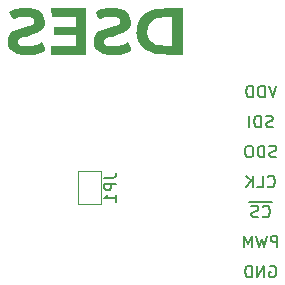
<source format=gbr>
%TF.GenerationSoftware,KiCad,Pcbnew,(6.0.0)*%
%TF.CreationDate,2022-01-17T22:08:50-08:00*%
%TF.ProjectId,encoder,656e636f-6465-4722-9e6b-696361645f70,1*%
%TF.SameCoordinates,Original*%
%TF.FileFunction,Legend,Bot*%
%TF.FilePolarity,Positive*%
%FSLAX46Y46*%
G04 Gerber Fmt 4.6, Leading zero omitted, Abs format (unit mm)*
G04 Created by KiCad (PCBNEW (6.0.0)) date 2022-01-17 22:08:50*
%MOMM*%
%LPD*%
G01*
G04 APERTURE LIST*
%ADD10C,0.150000*%
%ADD11C,0.120000*%
G04 APERTURE END LIST*
D10*
X94741904Y-87130000D02*
X94837142Y-87082380D01*
X94980000Y-87082380D01*
X95122857Y-87130000D01*
X95218095Y-87225238D01*
X95265714Y-87320476D01*
X95313333Y-87510952D01*
X95313333Y-87653809D01*
X95265714Y-87844285D01*
X95218095Y-87939523D01*
X95122857Y-88034761D01*
X94980000Y-88082380D01*
X94884761Y-88082380D01*
X94741904Y-88034761D01*
X94694285Y-87987142D01*
X94694285Y-87653809D01*
X94884761Y-87653809D01*
X94265714Y-88082380D02*
X94265714Y-87082380D01*
X93694285Y-88082380D01*
X93694285Y-87082380D01*
X93218095Y-88082380D02*
X93218095Y-87082380D01*
X92980000Y-87082380D01*
X92837142Y-87130000D01*
X92741904Y-87225238D01*
X92694285Y-87320476D01*
X92646666Y-87510952D01*
X92646666Y-87653809D01*
X92694285Y-87844285D01*
X92741904Y-87939523D01*
X92837142Y-88034761D01*
X92980000Y-88082380D01*
X93218095Y-88082380D01*
X95384761Y-85542380D02*
X95384761Y-84542380D01*
X95003809Y-84542380D01*
X94908571Y-84590000D01*
X94860952Y-84637619D01*
X94813333Y-84732857D01*
X94813333Y-84875714D01*
X94860952Y-84970952D01*
X94908571Y-85018571D01*
X95003809Y-85066190D01*
X95384761Y-85066190D01*
X94480000Y-84542380D02*
X94241904Y-85542380D01*
X94051428Y-84828095D01*
X93860952Y-85542380D01*
X93622857Y-84542380D01*
X93241904Y-85542380D02*
X93241904Y-84542380D01*
X92908571Y-85256666D01*
X92575238Y-84542380D01*
X92575238Y-85542380D01*
X94956190Y-81720000D02*
X93956190Y-81720000D01*
X94146666Y-82907142D02*
X94194285Y-82954761D01*
X94337142Y-83002380D01*
X94432380Y-83002380D01*
X94575238Y-82954761D01*
X94670476Y-82859523D01*
X94718095Y-82764285D01*
X94765714Y-82573809D01*
X94765714Y-82430952D01*
X94718095Y-82240476D01*
X94670476Y-82145238D01*
X94575238Y-82050000D01*
X94432380Y-82002380D01*
X94337142Y-82002380D01*
X94194285Y-82050000D01*
X94146666Y-82097619D01*
X93956190Y-81720000D02*
X93003809Y-81720000D01*
X93765714Y-82954761D02*
X93622857Y-83002380D01*
X93384761Y-83002380D01*
X93289523Y-82954761D01*
X93241904Y-82907142D01*
X93194285Y-82811904D01*
X93194285Y-82716666D01*
X93241904Y-82621428D01*
X93289523Y-82573809D01*
X93384761Y-82526190D01*
X93575238Y-82478571D01*
X93670476Y-82430952D01*
X93718095Y-82383333D01*
X93765714Y-82288095D01*
X93765714Y-82192857D01*
X93718095Y-82097619D01*
X93670476Y-82050000D01*
X93575238Y-82002380D01*
X93337142Y-82002380D01*
X93194285Y-82050000D01*
X94575238Y-80367142D02*
X94622857Y-80414761D01*
X94765714Y-80462380D01*
X94860952Y-80462380D01*
X95003809Y-80414761D01*
X95099047Y-80319523D01*
X95146666Y-80224285D01*
X95194285Y-80033809D01*
X95194285Y-79890952D01*
X95146666Y-79700476D01*
X95099047Y-79605238D01*
X95003809Y-79510000D01*
X94860952Y-79462380D01*
X94765714Y-79462380D01*
X94622857Y-79510000D01*
X94575238Y-79557619D01*
X93670476Y-80462380D02*
X94146666Y-80462380D01*
X94146666Y-79462380D01*
X93337142Y-80462380D02*
X93337142Y-79462380D01*
X92765714Y-80462380D02*
X93194285Y-79890952D01*
X92765714Y-79462380D02*
X93337142Y-80033809D01*
X95289523Y-77874761D02*
X95146666Y-77922380D01*
X94908571Y-77922380D01*
X94813333Y-77874761D01*
X94765714Y-77827142D01*
X94718095Y-77731904D01*
X94718095Y-77636666D01*
X94765714Y-77541428D01*
X94813333Y-77493809D01*
X94908571Y-77446190D01*
X95099047Y-77398571D01*
X95194285Y-77350952D01*
X95241904Y-77303333D01*
X95289523Y-77208095D01*
X95289523Y-77112857D01*
X95241904Y-77017619D01*
X95194285Y-76970000D01*
X95099047Y-76922380D01*
X94860952Y-76922380D01*
X94718095Y-76970000D01*
X94289523Y-77922380D02*
X94289523Y-76922380D01*
X94051428Y-76922380D01*
X93908571Y-76970000D01*
X93813333Y-77065238D01*
X93765714Y-77160476D01*
X93718095Y-77350952D01*
X93718095Y-77493809D01*
X93765714Y-77684285D01*
X93813333Y-77779523D01*
X93908571Y-77874761D01*
X94051428Y-77922380D01*
X94289523Y-77922380D01*
X93099047Y-76922380D02*
X92908571Y-76922380D01*
X92813333Y-76970000D01*
X92718095Y-77065238D01*
X92670476Y-77255714D01*
X92670476Y-77589047D01*
X92718095Y-77779523D01*
X92813333Y-77874761D01*
X92908571Y-77922380D01*
X93099047Y-77922380D01*
X93194285Y-77874761D01*
X93289523Y-77779523D01*
X93337142Y-77589047D01*
X93337142Y-77255714D01*
X93289523Y-77065238D01*
X93194285Y-76970000D01*
X93099047Y-76922380D01*
X95003809Y-75334761D02*
X94860952Y-75382380D01*
X94622857Y-75382380D01*
X94527619Y-75334761D01*
X94480000Y-75287142D01*
X94432380Y-75191904D01*
X94432380Y-75096666D01*
X94480000Y-75001428D01*
X94527619Y-74953809D01*
X94622857Y-74906190D01*
X94813333Y-74858571D01*
X94908571Y-74810952D01*
X94956190Y-74763333D01*
X95003809Y-74668095D01*
X95003809Y-74572857D01*
X94956190Y-74477619D01*
X94908571Y-74430000D01*
X94813333Y-74382380D01*
X94575238Y-74382380D01*
X94432380Y-74430000D01*
X94003809Y-75382380D02*
X94003809Y-74382380D01*
X93765714Y-74382380D01*
X93622857Y-74430000D01*
X93527619Y-74525238D01*
X93480000Y-74620476D01*
X93432380Y-74810952D01*
X93432380Y-74953809D01*
X93480000Y-75144285D01*
X93527619Y-75239523D01*
X93622857Y-75334761D01*
X93765714Y-75382380D01*
X94003809Y-75382380D01*
X93003809Y-75382380D02*
X93003809Y-74382380D01*
X95313333Y-71842380D02*
X94980000Y-72842380D01*
X94646666Y-71842380D01*
X94313333Y-72842380D02*
X94313333Y-71842380D01*
X94075238Y-71842380D01*
X93932380Y-71890000D01*
X93837142Y-71985238D01*
X93789523Y-72080476D01*
X93741904Y-72270952D01*
X93741904Y-72413809D01*
X93789523Y-72604285D01*
X93837142Y-72699523D01*
X93932380Y-72794761D01*
X94075238Y-72842380D01*
X94313333Y-72842380D01*
X93313333Y-72842380D02*
X93313333Y-71842380D01*
X93075238Y-71842380D01*
X92932380Y-71890000D01*
X92837142Y-71985238D01*
X92789523Y-72080476D01*
X92741904Y-72270952D01*
X92741904Y-72413809D01*
X92789523Y-72604285D01*
X92837142Y-72699523D01*
X92932380Y-72794761D01*
X93075238Y-72842380D01*
X93313333Y-72842380D01*
%TO.C,JP1*%
X80752380Y-79666666D02*
X81466666Y-79666666D01*
X81609523Y-79619047D01*
X81704761Y-79523809D01*
X81752380Y-79380952D01*
X81752380Y-79285714D01*
X81752380Y-80142857D02*
X80752380Y-80142857D01*
X80752380Y-80523809D01*
X80800000Y-80619047D01*
X80847619Y-80666666D01*
X80942857Y-80714285D01*
X81085714Y-80714285D01*
X81180952Y-80666666D01*
X81228571Y-80619047D01*
X81276190Y-80523809D01*
X81276190Y-80142857D01*
X81752380Y-81666666D02*
X81752380Y-81095238D01*
X81752380Y-81380952D02*
X80752380Y-81380952D01*
X80895238Y-81285714D01*
X80990476Y-81190476D01*
X81038095Y-81095238D01*
%TO.C,G1*%
G36*
X81711419Y-65275004D02*
G01*
X82060878Y-65351597D01*
X82368958Y-65480501D01*
X82625294Y-65660472D01*
X82800615Y-65856420D01*
X82920983Y-66094738D01*
X82975717Y-66373250D01*
X82980577Y-66465353D01*
X82963351Y-66708313D01*
X82895713Y-66918126D01*
X82772832Y-67099300D01*
X82589878Y-67256347D01*
X82342023Y-67393777D01*
X82024436Y-67516099D01*
X81632288Y-67627825D01*
X81367163Y-67697592D01*
X81123904Y-67772723D01*
X80945672Y-67845444D01*
X80825036Y-67920558D01*
X80754562Y-68002871D01*
X80726818Y-68097188D01*
X80734371Y-68208314D01*
X80761765Y-68299799D01*
X80836919Y-68403089D01*
X80961954Y-68474147D01*
X81146053Y-68517529D01*
X81398399Y-68537792D01*
X81581657Y-68539425D01*
X81916791Y-68509085D01*
X82223233Y-68428855D01*
X82527367Y-68293015D01*
X82772070Y-68163077D01*
X82908841Y-68478546D01*
X82933871Y-68536318D01*
X82993168Y-68673510D01*
X83036828Y-68775002D01*
X83056811Y-68822128D01*
X83057282Y-68824160D01*
X83025845Y-68860735D01*
X82939114Y-68916580D01*
X82814485Y-68982967D01*
X82669354Y-69051169D01*
X82521115Y-69112457D01*
X82387165Y-69158105D01*
X82300359Y-69181369D01*
X82109097Y-69225284D01*
X81929328Y-69258940D01*
X81804100Y-69273257D01*
X81551978Y-69282029D01*
X81279587Y-69272457D01*
X81019836Y-69246129D01*
X80805634Y-69204637D01*
X80604955Y-69133698D01*
X80359847Y-68999009D01*
X80148373Y-68828647D01*
X79985844Y-68635492D01*
X79887572Y-68432424D01*
X79853594Y-68264624D01*
X79843000Y-68040787D01*
X79864285Y-67824269D01*
X79916230Y-67648402D01*
X79923726Y-67632564D01*
X80016747Y-67480584D01*
X80142877Y-67349970D01*
X80311385Y-67235425D01*
X80531543Y-67131649D01*
X80812620Y-67033344D01*
X81163885Y-66935210D01*
X81301319Y-66899617D01*
X81563445Y-66827856D01*
X81760593Y-66765278D01*
X81901750Y-66706782D01*
X81995899Y-66647267D01*
X82052025Y-66581632D01*
X82079112Y-66504777D01*
X82086144Y-66411601D01*
X82085468Y-66391168D01*
X82038456Y-66242882D01*
X81926328Y-66118523D01*
X81761608Y-66032712D01*
X81750599Y-66029384D01*
X81627440Y-66009765D01*
X81449945Y-66000990D01*
X81239954Y-66004251D01*
X81116645Y-66011163D01*
X80922563Y-66032664D01*
X80759927Y-66070076D01*
X80597179Y-66129550D01*
X80591722Y-66131833D01*
X80458661Y-66186572D01*
X80354709Y-66227687D01*
X80301957Y-66246432D01*
X80292167Y-66241910D01*
X80251801Y-66185690D01*
X80194857Y-66078556D01*
X80130366Y-65936801D01*
X79995219Y-65618618D01*
X80081170Y-65549019D01*
X80156286Y-65504879D01*
X80283822Y-65449274D01*
X80431915Y-65397145D01*
X80518439Y-65371532D01*
X80929834Y-65283727D01*
X81330949Y-65251965D01*
X81711419Y-65275004D01*
G37*
G36*
X74425839Y-65275004D02*
G01*
X74775298Y-65351597D01*
X75083378Y-65480501D01*
X75339714Y-65660472D01*
X75515035Y-65856420D01*
X75635403Y-66094738D01*
X75690137Y-66373250D01*
X75694997Y-66465353D01*
X75677771Y-66708313D01*
X75610133Y-66918126D01*
X75487252Y-67099300D01*
X75304298Y-67256347D01*
X75056443Y-67393777D01*
X74738856Y-67516099D01*
X74346708Y-67627825D01*
X74081583Y-67697592D01*
X73838324Y-67772723D01*
X73660092Y-67845444D01*
X73539456Y-67920558D01*
X73468982Y-68002871D01*
X73441238Y-68097188D01*
X73448791Y-68208314D01*
X73476186Y-68299799D01*
X73551339Y-68403089D01*
X73676374Y-68474147D01*
X73860473Y-68517529D01*
X74112819Y-68537792D01*
X74296077Y-68539425D01*
X74631211Y-68509085D01*
X74937653Y-68428855D01*
X75241787Y-68293015D01*
X75486490Y-68163077D01*
X75623261Y-68478546D01*
X75648291Y-68536318D01*
X75707588Y-68673510D01*
X75751248Y-68775002D01*
X75771231Y-68822128D01*
X75771702Y-68824160D01*
X75740265Y-68860735D01*
X75653535Y-68916580D01*
X75528905Y-68982967D01*
X75383774Y-69051169D01*
X75235535Y-69112457D01*
X75101585Y-69158105D01*
X75014779Y-69181369D01*
X74823517Y-69225284D01*
X74643748Y-69258940D01*
X74518520Y-69273257D01*
X74266398Y-69282029D01*
X73994007Y-69272457D01*
X73734256Y-69246129D01*
X73520054Y-69204637D01*
X73319375Y-69133698D01*
X73074267Y-68999009D01*
X72862793Y-68828647D01*
X72700264Y-68635492D01*
X72601992Y-68432424D01*
X72568014Y-68264624D01*
X72557420Y-68040787D01*
X72578705Y-67824269D01*
X72630650Y-67648402D01*
X72638146Y-67632564D01*
X72731167Y-67480584D01*
X72857297Y-67349970D01*
X73025805Y-67235425D01*
X73245963Y-67131649D01*
X73527040Y-67033344D01*
X73878305Y-66935210D01*
X74015740Y-66899617D01*
X74277865Y-66827856D01*
X74475013Y-66765278D01*
X74616170Y-66706782D01*
X74710319Y-66647267D01*
X74766445Y-66581632D01*
X74793532Y-66504777D01*
X74800564Y-66411601D01*
X74799888Y-66391168D01*
X74752876Y-66242882D01*
X74640748Y-66118523D01*
X74476028Y-66032712D01*
X74465019Y-66029384D01*
X74341861Y-66009765D01*
X74164365Y-66000990D01*
X73954374Y-66004251D01*
X73831065Y-66011163D01*
X73636983Y-66032664D01*
X73474347Y-66070076D01*
X73311599Y-66129550D01*
X73306142Y-66131833D01*
X73173081Y-66186572D01*
X73069129Y-66227687D01*
X73016377Y-66246432D01*
X73006587Y-66241910D01*
X72966221Y-66185690D01*
X72909277Y-66078556D01*
X72844786Y-65936801D01*
X72709639Y-65618618D01*
X72795590Y-65549019D01*
X72870706Y-65504879D01*
X72998242Y-65449274D01*
X73146335Y-65397145D01*
X73232860Y-65371532D01*
X73644254Y-65283727D01*
X74045369Y-65251965D01*
X74425839Y-65275004D01*
G37*
G36*
X79203762Y-69220972D02*
G01*
X76223332Y-69220972D01*
X76197962Y-68484452D01*
X78327900Y-68506856D01*
X78327900Y-67588684D01*
X76496552Y-67588684D01*
X76496550Y-67240330D01*
X76496548Y-66891975D01*
X77412224Y-66906187D01*
X78327900Y-66920398D01*
X78327900Y-66036019D01*
X76308315Y-66036019D01*
X76282998Y-65851309D01*
X76278579Y-65816408D01*
X76263691Y-65648836D01*
X76257680Y-65493002D01*
X76257680Y-65319405D01*
X79203762Y-65319405D01*
X79203762Y-69220972D01*
G37*
G36*
X86340047Y-69220281D02*
G01*
X86167510Y-69219852D01*
X85826179Y-69216421D01*
X85551625Y-69209253D01*
X85334956Y-69197943D01*
X85167276Y-69182090D01*
X85039693Y-69161289D01*
X84654300Y-69045197D01*
X84309704Y-68869425D01*
X84017419Y-68640851D01*
X83782057Y-68364903D01*
X83608232Y-68047006D01*
X83500554Y-67692586D01*
X83463636Y-67307070D01*
X83463638Y-67303777D01*
X83466550Y-67270188D01*
X84379310Y-67270188D01*
X84382580Y-67374204D01*
X84437015Y-67681549D01*
X84557432Y-67945872D01*
X84742504Y-68164863D01*
X84990907Y-68336211D01*
X85035370Y-68359054D01*
X85111717Y-68393209D01*
X85190834Y-68417346D01*
X85288091Y-68433652D01*
X85418858Y-68444317D01*
X85598503Y-68451530D01*
X85842398Y-68457480D01*
X86489342Y-68471397D01*
X86489342Y-66050293D01*
X86140987Y-66063551D01*
X86019395Y-66068191D01*
X85749512Y-66078922D01*
X85543196Y-66088653D01*
X85388854Y-66098831D01*
X85274889Y-66110902D01*
X85189707Y-66126314D01*
X85121712Y-66146514D01*
X85059311Y-66172948D01*
X84990907Y-66207063D01*
X84901442Y-66257418D01*
X84675687Y-66441254D01*
X84512223Y-66673396D01*
X84412836Y-66950742D01*
X84379310Y-67270188D01*
X83466550Y-67270188D01*
X83499293Y-66892513D01*
X83603149Y-66520524D01*
X83772185Y-66191507D01*
X84003380Y-65909158D01*
X84293711Y-65677174D01*
X84640156Y-65499251D01*
X85039693Y-65379088D01*
X85091127Y-65369356D01*
X85235151Y-65350769D01*
X85423162Y-65336952D01*
X85664052Y-65327504D01*
X85966716Y-65322020D01*
X86340047Y-65320096D01*
X87365204Y-65319405D01*
X87365204Y-69220972D01*
X86340047Y-69220281D01*
G37*
D11*
%TO.C,JP1*%
X78500000Y-81900000D02*
X80500000Y-81900000D01*
X78500000Y-79100000D02*
X78500000Y-81900000D01*
X80500000Y-79100000D02*
X78500000Y-79100000D01*
X80500000Y-81900000D02*
X80500000Y-79100000D01*
%TD*%
M02*

</source>
